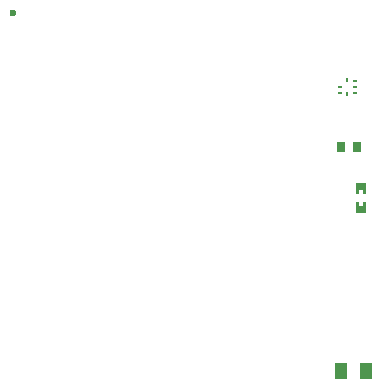
<source format=gtp>
G04 Layer: TopPasteMaskLayer*
G04 EasyEDA v6.5.50, 2025-08-15 22:22:53*
G04 78b981eca6ee4c28b6080d7fc2fd3244,645267f41e9e4d7b8b91459b463e1a24,10*
G04 Gerber Generator version 0.2*
G04 Scale: 100 percent, Rotated: No, Reflected: No *
G04 Dimensions in millimeters *
G04 leading zeros omitted , absolute positions ,4 integer and 5 decimal *
%FSLAX45Y45*%
%MOMM*%

%AMMACRO1*21,1,$1,$2,0,0,$3*%
%ADD10C,0.6000*%
%ADD11R,0.8000X0.9000*%
%ADD12MACRO1,1X1.3995X0.0000*%
%ADD13R,1.0000X1.3995*%
%ADD14R,0.2200X0.4000*%
%ADD15R,0.4000X0.2200*%
%ADD16R,0.0125X0.2200*%

%LPD*%
G36*
X5497220Y-1602689D02*
G01*
X5492191Y-1607718D01*
X5492191Y-1687677D01*
X5497220Y-1692706D01*
X5519978Y-1692706D01*
X5519978Y-1655673D01*
X5552998Y-1655673D01*
X5552998Y-1692706D01*
X5577179Y-1692706D01*
X5582208Y-1687677D01*
X5582208Y-1607718D01*
X5577179Y-1602689D01*
G37*
G36*
X5497220Y-1761693D02*
G01*
X5492191Y-1766722D01*
X5492191Y-1846681D01*
X5497220Y-1851710D01*
X5577179Y-1851710D01*
X5582208Y-1846681D01*
X5582208Y-1766722D01*
X5577179Y-1761693D01*
X5554421Y-1761693D01*
X5554421Y-1798726D01*
X5521401Y-1798726D01*
X5521401Y-1761693D01*
G37*
D10*
G01*
X2588259Y-157479D03*
D11*
G01*
X5505602Y-1295400D03*
G01*
X5365597Y-1295400D03*
D12*
G01*
X5368670Y-3187700D03*
D13*
G01*
X5578729Y-3187700D03*
D14*
G01*
X5422900Y-727405D03*
D15*
G01*
X5482894Y-737412D03*
G01*
X5482894Y-787400D03*
G01*
X5482894Y-837412D03*
D14*
G01*
X5422900Y-847394D03*
D15*
G01*
X5362905Y-837387D03*
G01*
X5362905Y-787400D03*
M02*

</source>
